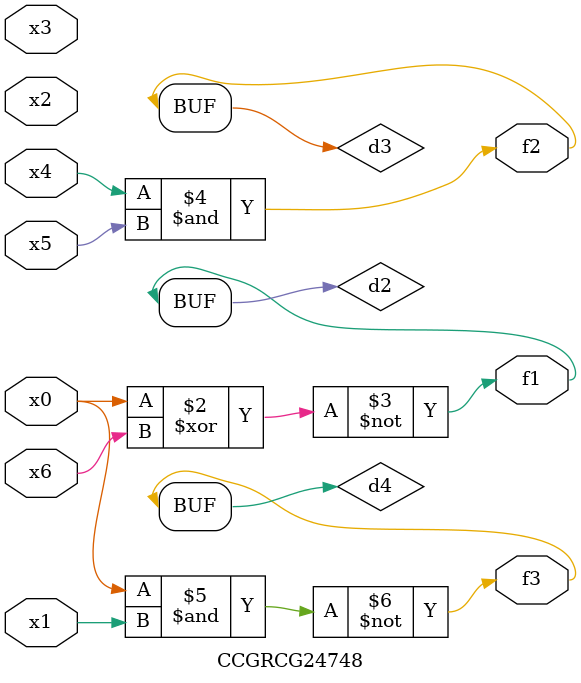
<source format=v>
module CCGRCG24748(
	input x0, x1, x2, x3, x4, x5, x6,
	output f1, f2, f3
);

	wire d1, d2, d3, d4;

	nor (d1, x0);
	xnor (d2, x0, x6);
	and (d3, x4, x5);
	nand (d4, x0, x1);
	assign f1 = d2;
	assign f2 = d3;
	assign f3 = d4;
endmodule

</source>
